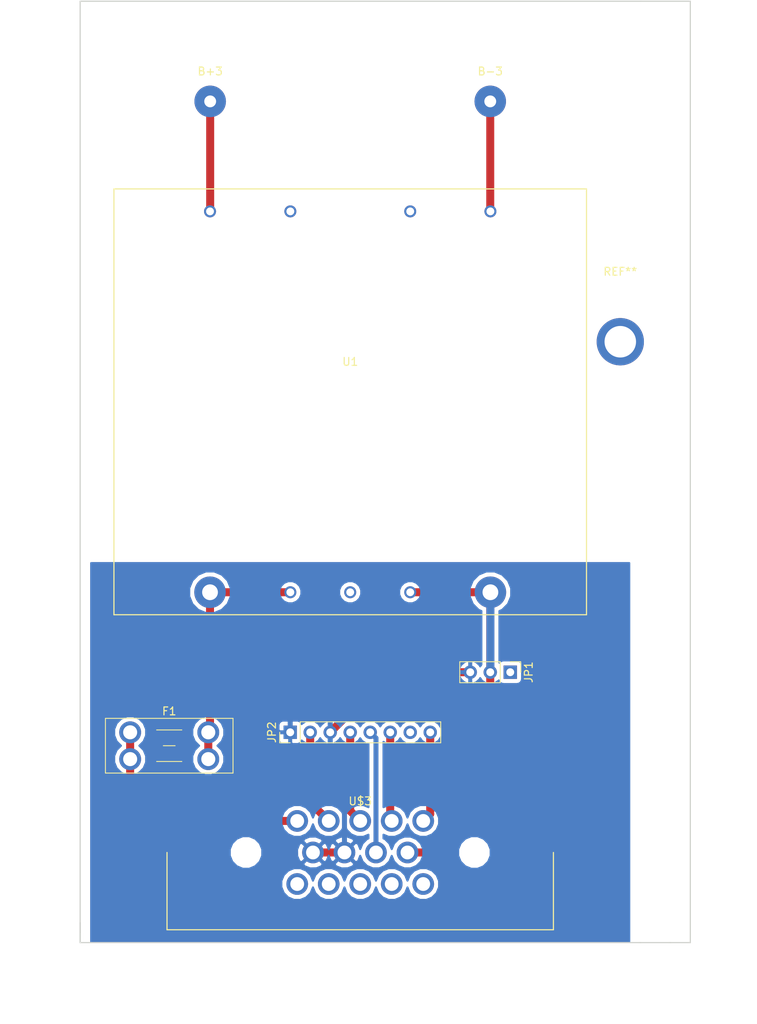
<source format=kicad_pcb>
(kicad_pcb (version 4) (host pcbnew 4.0.7)

  (general
    (links 19)
    (no_connects 0)
    (area 65.964999 38.024999 143.585001 157.555001)
    (thickness 1.6)
    (drawings 24)
    (tracks 42)
    (zones 0)
    (modules 8)
    (nets 22)
  )

  (page A4)
  (layers
    (0 F.Cu signal)
    (31 B.Cu signal)
    (32 B.Adhes user)
    (33 F.Adhes user)
    (34 B.Paste user)
    (35 F.Paste user)
    (36 B.SilkS user)
    (37 F.SilkS user)
    (38 B.Mask user)
    (39 F.Mask user)
    (40 Dwgs.User user)
    (41 Cmts.User user)
    (42 Eco1.User user)
    (43 Eco2.User user)
    (44 Edge.Cuts user)
    (45 Margin user)
    (46 B.CrtYd user)
    (47 F.CrtYd user)
    (48 B.Fab user)
    (49 F.Fab user)
  )

  (setup
    (last_trace_width 0.25)
    (user_trace_width 0.635)
    (user_trace_width 1.016)
    (user_trace_width 2.54)
    (trace_clearance 0.2)
    (zone_clearance 0.508)
    (zone_45_only no)
    (trace_min 0.2)
    (segment_width 0.2)
    (edge_width 0.15)
    (via_size 0.6)
    (via_drill 0.4)
    (via_min_size 0.4)
    (via_min_drill 0.3)
    (uvia_size 0.3)
    (uvia_drill 0.1)
    (uvias_allowed no)
    (uvia_min_size 0.2)
    (uvia_min_drill 0.1)
    (pcb_text_width 0.3)
    (pcb_text_size 1.5 1.5)
    (mod_edge_width 0.15)
    (mod_text_size 1 1)
    (mod_text_width 0.15)
    (pad_size 1.524 1.524)
    (pad_drill 0.762)
    (pad_to_mask_clearance 0.2)
    (aux_axis_origin 0 0)
    (visible_elements 7FFFFFFF)
    (pcbplotparams
      (layerselection 0x00030_80000001)
      (usegerberextensions false)
      (excludeedgelayer true)
      (linewidth 0.100000)
      (plotframeref false)
      (viasonmask false)
      (mode 1)
      (useauxorigin false)
      (hpglpennumber 1)
      (hpglpenspeed 20)
      (hpglpendiameter 15)
      (hpglpenoverlay 2)
      (psnegative false)
      (psa4output false)
      (plotreference true)
      (plotvalue true)
      (plotinvisibletext false)
      (padsonsilk false)
      (subtractmaskfromsilk false)
      (outputformat 1)
      (mirror false)
      (drillshape 1)
      (scaleselection 1)
      (outputdirectory ""))
  )

  (net 0 "")
  (net 1 "Net-(B+3-Pad1)")
  (net 2 "Net-(B-3-Pad1)")
  (net 3 /TSEL+)
  (net 4 "Net-(F1-Pad2)")
  (net 5 "Net-(JP1-Pad1)")
  (net 6 /TSEL-)
  (net 7 GND)
  (net 8 /IMD_SUPPLY)
  (net 9 /CHASSIS_GND2)
  (net 10 /D_OUT_HIGH)
  (net 11 /D_OUT_LOW)
  (net 12 "Net-(JP2-Pad7)")
  (net 13 /IMD_FAULT)
  (net 14 "Net-(U$3-Pad10)")
  (net 15 "Net-(U$3-Pad11)")
  (net 16 "Net-(U$3-Pad14)")
  (net 17 "Net-(U$3-Pad13)")
  (net 18 "Net-(U$3-Pad12)")
  (net 19 "Net-(U1-Pad3)")
  (net 20 "Net-(U1-Pad2)")
  (net 21 "Net-(U1-Pad7)")

  (net_class Default "This is the default net class."
    (clearance 0.2)
    (trace_width 0.25)
    (via_dia 0.6)
    (via_drill 0.4)
    (uvia_dia 0.3)
    (uvia_drill 0.1)
    (add_net /CHASSIS_GND2)
    (add_net /D_OUT_HIGH)
    (add_net /D_OUT_LOW)
    (add_net /IMD_FAULT)
    (add_net /IMD_SUPPLY)
    (add_net /TSEL+)
    (add_net /TSEL-)
    (add_net GND)
    (add_net "Net-(B+3-Pad1)")
    (add_net "Net-(B-3-Pad1)")
    (add_net "Net-(F1-Pad2)")
    (add_net "Net-(JP1-Pad1)")
    (add_net "Net-(JP2-Pad7)")
    (add_net "Net-(U$3-Pad10)")
    (add_net "Net-(U$3-Pad11)")
    (add_net "Net-(U$3-Pad12)")
    (add_net "Net-(U$3-Pad13)")
    (add_net "Net-(U$3-Pad14)")
    (add_net "Net-(U1-Pad2)")
    (add_net "Net-(U1-Pad3)")
    (add_net "Net-(U1-Pad7)")
  )

  (module TuftsRacing2018:VICOR (layer F.Cu) (tedit 5A661D74) (tstamp 5A7892B3)
    (at 100.33 88.9)
    (path /5A1C5270)
    (fp_text reference U1 (at 0 -5.08) (layer F.SilkS)
      (effects (font (size 1 1) (thickness 0.15)))
    )
    (fp_text value VICOR (at 0 -10.16) (layer F.Fab)
      (effects (font (size 1 1) (thickness 0.15)))
    )
    (fp_line (start -30 -27) (end -30 27) (layer F.SilkS) (width 0.15))
    (fp_line (start -30 27) (end 30 27) (layer F.SilkS) (width 0.15))
    (fp_line (start 30 27) (end 30 -27) (layer F.SilkS) (width 0.15))
    (fp_line (start 30 -27) (end -30 -27) (layer F.SilkS) (width 0.15))
    (pad 4 thru_hole circle (at 17.8 -24.15) (size 1.524 1.524) (drill 1) (layers *.Cu *.Mask)
      (net 2 "Net-(B-3-Pad1)"))
    (pad 3 thru_hole circle (at 7.62 -24.15) (size 1.524 1.524) (drill 1) (layers *.Cu *.Mask)
      (net 19 "Net-(U1-Pad3)"))
    (pad 2 thru_hole circle (at -7.6 -24.15) (size 1.524 1.524) (drill 1) (layers *.Cu *.Mask)
      (net 20 "Net-(U1-Pad2)"))
    (pad 1 thru_hole circle (at -17.8 -24.15) (size 1.524 1.524) (drill 1) (layers *.Cu *.Mask)
      (net 1 "Net-(B+3-Pad1)"))
    (pad 5 thru_hole circle (at -17.8 24.15) (size 4 4) (drill 2) (layers *.Cu *.Mask)
      (net 4 "Net-(F1-Pad2)"))
    (pad 6 thru_hole circle (at -7.6 24.15) (size 1.524 1.524) (drill 1) (layers *.Cu *.Mask)
      (net 4 "Net-(F1-Pad2)"))
    (pad 7 thru_hole circle (at 0 24.15) (size 1.524 1.524) (drill 1) (layers *.Cu *.Mask)
      (net 21 "Net-(U1-Pad7)"))
    (pad 8 thru_hole circle (at 7.62 24.15) (size 1.524 1.524) (drill 1) (layers *.Cu *.Mask)
      (net 6 /TSEL-))
    (pad 9 thru_hole circle (at 17.8 24.15) (size 4 4) (drill 2) (layers *.Cu *.Mask)
      (net 6 /TSEL-))
  )

  (module Wire_Pads:SolderWirePad_single_1-5mmDrill (layer F.Cu) (tedit 0) (tstamp 5A78923B)
    (at 82.55 50.8)
    (path /5A282C6A)
    (fp_text reference B+3 (at 0 -3.81) (layer F.SilkS)
      (effects (font (size 1 1) (thickness 0.15)))
    )
    (fp_text value Conn_01x01 (at -0.635 3.81) (layer F.Fab)
      (effects (font (size 1 1) (thickness 0.15)))
    )
    (pad 1 thru_hole circle (at 0 0) (size 4.0005 4.0005) (drill 1.50114) (layers *.Cu *.Mask)
      (net 1 "Net-(B+3-Pad1)"))
  )

  (module Wire_Pads:SolderWirePad_single_1-5mmDrill (layer F.Cu) (tedit 0) (tstamp 5A789240)
    (at 118.11 50.8)
    (path /5A282CDC)
    (fp_text reference B-3 (at 0 -3.81) (layer F.SilkS)
      (effects (font (size 1 1) (thickness 0.15)))
    )
    (fp_text value Conn_01x01 (at -0.635 3.81) (layer F.Fab)
      (effects (font (size 1 1) (thickness 0.15)))
    )
    (pad 1 thru_hole circle (at 0 0) (size 4.0005 4.0005) (drill 1.50114) (layers *.Cu *.Mask)
      (net 2 "Net-(B-3-Pad1)"))
  )

  (module Fuse_Holders_and_Fuses:BladeFuse-Mini_Keystone_3568 (layer F.Cu) (tedit 5980D15A) (tstamp 5A789258)
    (at 72.39 130.81)
    (descr "car blade fuse mini, http://www.keyelco.com/product-pdf.cfm?p=306")
    (tags "car blade fuse mini")
    (path /5A282BE3)
    (fp_text reference F1 (at 4.96 -2.67) (layer F.SilkS)
      (effects (font (size 1 1) (thickness 0.15)))
    )
    (fp_text value Fuse (at 4.96 6.07) (layer F.Fab)
      (effects (font (size 1 1) (thickness 0.15)))
    )
    (fp_line (start -3.04 -1.67) (end -3.04 5.07) (layer F.Fab) (width 0.1))
    (fp_line (start -3.04 5.07) (end 12.96 5.07) (layer F.Fab) (width 0.1))
    (fp_line (start 12.96 5.07) (end 12.96 -1.67) (layer F.Fab) (width 0.1))
    (fp_line (start 12.96 -1.67) (end -3.04 -1.67) (layer F.Fab) (width 0.1))
    (fp_line (start -3.14 -1.77) (end -3.14 5.17) (layer F.SilkS) (width 0.12))
    (fp_line (start -3.14 5.17) (end 13.06 5.17) (layer F.SilkS) (width 0.12))
    (fp_line (start 13.06 5.17) (end 13.06 -1.77) (layer F.SilkS) (width 0.12))
    (fp_line (start 13.06 -1.77) (end -3.14 -1.77) (layer F.SilkS) (width 0.12))
    (fp_line (start 4.21 1.7) (end 5.71 1.7) (layer F.SilkS) (width 0.12))
    (fp_line (start 6.56 3.7) (end 3.36 3.7) (layer F.SilkS) (width 0.12))
    (fp_line (start 3.36 -0.3) (end 6.56 -0.3) (layer F.SilkS) (width 0.12))
    (fp_line (start -3.29 -1.92) (end -3.29 5.32) (layer F.CrtYd) (width 0.05))
    (fp_line (start -3.29 5.32) (end 13.21 5.32) (layer F.CrtYd) (width 0.05))
    (fp_line (start 13.21 5.32) (end 13.21 -1.92) (layer F.CrtYd) (width 0.05))
    (fp_line (start 13.21 -1.92) (end -3.29 -1.92) (layer F.CrtYd) (width 0.05))
    (fp_text user %R (at 4.96 1.7) (layer F.Fab)
      (effects (font (size 1 1) (thickness 0.15)))
    )
    (pad 1 thru_hole circle (at 0 0) (size 2.78 2.78) (drill 1.78) (layers *.Cu *.Mask)
      (net 3 /TSEL+))
    (pad 1 thru_hole circle (at 0 3.4) (size 2.78 2.78) (drill 1.78) (layers *.Cu *.Mask)
      (net 3 /TSEL+))
    (pad 2 thru_hole circle (at 9.92 0) (size 2.78 2.78) (drill 1.78) (layers *.Cu *.Mask)
      (net 4 "Net-(F1-Pad2)"))
    (pad 2 thru_hole circle (at 9.92 3.4) (size 2.78 2.78) (drill 1.78) (layers *.Cu *.Mask)
      (net 4 "Net-(F1-Pad2)"))
    (model ${KISYS3DMOD}/Fuse_Holders_and_Fuses.3dshapes/BladeFuse-Mini_Keystone_3568.wrl
      (at (xyz 0.16 0 0))
      (scale (xyz 0.39 0.39 0.39))
      (rotate (xyz 0 0 0))
    )
  )

  (module Pin_Headers:Pin_Header_Straight_1x03_Pitch2.54mm (layer F.Cu) (tedit 5A81D78D) (tstamp 5A78926F)
    (at 120.65 123.19 270)
    (descr "Through hole straight pin header, 1x03, 2.54mm pitch, single row")
    (tags "Through hole pin header THT 1x03 2.54mm single row")
    (path /5A282E68)
    (fp_text reference JP1 (at 0 -2.33 270) (layer F.SilkS)
      (effects (font (size 1 1) (thickness 0.15)))
    )
    (fp_text value Conn_01x03 (at 1.27 7.62 450) (layer F.Fab)
      (effects (font (size 1 1) (thickness 0.15)))
    )
    (fp_line (start -0.635 -1.27) (end 1.27 -1.27) (layer F.Fab) (width 0.1))
    (fp_line (start 1.27 -1.27) (end 1.27 6.35) (layer F.Fab) (width 0.1))
    (fp_line (start 1.27 6.35) (end -1.27 6.35) (layer F.Fab) (width 0.1))
    (fp_line (start -1.27 6.35) (end -1.27 -0.635) (layer F.Fab) (width 0.1))
    (fp_line (start -1.27 -0.635) (end -0.635 -1.27) (layer F.Fab) (width 0.1))
    (fp_line (start -1.33 6.41) (end 1.33 6.41) (layer F.SilkS) (width 0.12))
    (fp_line (start -1.33 1.27) (end -1.33 6.41) (layer F.SilkS) (width 0.12))
    (fp_line (start 1.33 1.27) (end 1.33 6.41) (layer F.SilkS) (width 0.12))
    (fp_line (start -1.33 1.27) (end 1.33 1.27) (layer F.SilkS) (width 0.12))
    (fp_line (start -1.33 0) (end -1.33 -1.33) (layer F.SilkS) (width 0.12))
    (fp_line (start -1.33 -1.33) (end 0 -1.33) (layer F.SilkS) (width 0.12))
    (fp_line (start -1.8 -1.8) (end -1.8 6.85) (layer F.CrtYd) (width 0.05))
    (fp_line (start -1.8 6.85) (end 1.8 6.85) (layer F.CrtYd) (width 0.05))
    (fp_line (start 1.8 6.85) (end 1.8 -1.8) (layer F.CrtYd) (width 0.05))
    (fp_line (start 1.8 -1.8) (end -1.8 -1.8) (layer F.CrtYd) (width 0.05))
    (fp_text user %R (at 0 2.54 450) (layer F.Fab)
      (effects (font (size 1 1) (thickness 0.15)))
    )
    (pad 1 thru_hole rect (at 0 0 270) (size 1.7 1.7) (drill 1) (layers *.Cu *.Mask)
      (net 5 "Net-(JP1-Pad1)"))
    (pad 2 thru_hole oval (at 0 2.54 270) (size 1.7 1.7) (drill 1) (layers *.Cu *.Mask)
      (net 6 /TSEL-))
    (pad 3 thru_hole oval (at 0 5.08 270) (size 1.7 1.7) (drill 1) (layers *.Cu *.Mask)
      (net 7 GND))
    (model ${KISYS3DMOD}/Pin_Headers.3dshapes/Pin_Header_Straight_1x03_Pitch2.54mm.wrl
      (at (xyz 0 0 0))
      (scale (xyz 1 1 1))
      (rotate (xyz 0 0 0))
    )
  )

  (module Pin_Headers:Pin_Header_Straight_1x08_Pitch2.54mm (layer F.Cu) (tedit 5A7B3ED8) (tstamp 5A78928B)
    (at 92.71 130.81 90)
    (descr "Through hole straight pin header, 1x08, 2.54mm pitch, single row")
    (tags "Through hole pin header THT 1x08 2.54mm single row")
    (path /5A2EDCE2)
    (fp_text reference JP2 (at 0 -2.33 90) (layer F.SilkS)
      (effects (font (size 1 1) (thickness 0.15)))
    )
    (fp_text value Conn_01x08 (at 0 -5.08 90) (layer F.Fab)
      (effects (font (size 1 1) (thickness 0.15)))
    )
    (fp_line (start -0.635 -1.27) (end 1.27 -1.27) (layer F.Fab) (width 0.1))
    (fp_line (start 1.27 -1.27) (end 1.27 19.05) (layer F.Fab) (width 0.1))
    (fp_line (start 1.27 19.05) (end -1.27 19.05) (layer F.Fab) (width 0.1))
    (fp_line (start -1.27 19.05) (end -1.27 -0.635) (layer F.Fab) (width 0.1))
    (fp_line (start -1.27 -0.635) (end -0.635 -1.27) (layer F.Fab) (width 0.1))
    (fp_line (start -1.33 19.11) (end 1.33 19.11) (layer F.SilkS) (width 0.12))
    (fp_line (start -1.33 1.27) (end -1.33 19.11) (layer F.SilkS) (width 0.12))
    (fp_line (start 1.33 1.27) (end 1.33 19.11) (layer F.SilkS) (width 0.12))
    (fp_line (start -1.33 1.27) (end 1.33 1.27) (layer F.SilkS) (width 0.12))
    (fp_line (start -1.33 0) (end -1.33 -1.33) (layer F.SilkS) (width 0.12))
    (fp_line (start -1.33 -1.33) (end 0 -1.33) (layer F.SilkS) (width 0.12))
    (fp_line (start -1.8 -1.8) (end -1.8 19.55) (layer F.CrtYd) (width 0.05))
    (fp_line (start -1.8 19.55) (end 1.8 19.55) (layer F.CrtYd) (width 0.05))
    (fp_line (start 1.8 19.55) (end 1.8 -1.8) (layer F.CrtYd) (width 0.05))
    (fp_line (start 1.8 -1.8) (end -1.8 -1.8) (layer F.CrtYd) (width 0.05))
    (fp_text user %R (at 0 8.89 180) (layer F.Fab)
      (effects (font (size 1 1) (thickness 0.15)))
    )
    (pad 1 thru_hole rect (at 0 0 90) (size 1.7 1.7) (drill 1) (layers *.Cu *.Mask)
      (net 7 GND))
    (pad 2 thru_hole oval (at 0 2.54 90) (size 1.7 1.7) (drill 1) (layers *.Cu *.Mask)
      (net 8 /IMD_SUPPLY))
    (pad 3 thru_hole oval (at 0 5.08 90) (size 1.7 1.7) (drill 1) (layers *.Cu *.Mask)
      (net 7 GND))
    (pad 4 thru_hole oval (at 0 7.62 90) (size 1.7 1.7) (drill 1) (layers *.Cu *.Mask)
      (net 9 /CHASSIS_GND2))
    (pad 5 thru_hole oval (at 0 10.16 90) (size 1.7 1.7) (drill 1) (layers *.Cu *.Mask)
      (net 10 /D_OUT_HIGH))
    (pad 6 thru_hole oval (at 0 12.7 90) (size 1.7 1.7) (drill 1) (layers *.Cu *.Mask)
      (net 11 /D_OUT_LOW))
    (pad 7 thru_hole oval (at 0 15.24 90) (size 1.7 1.7) (drill 1) (layers *.Cu *.Mask)
      (net 12 "Net-(JP2-Pad7)"))
    (pad 8 thru_hole oval (at 0 17.78 90) (size 1.7 1.7) (drill 1) (layers *.Cu *.Mask)
      (net 13 /IMD_FAULT))
    (model ${KISYS3DMOD}/Pin_Headers.3dshapes/Pin_Header_Straight_1x08_Pitch2.54mm.wrl
      (at (xyz 0 0 0))
      (scale (xyz 1 1 1))
      (rotate (xyz 0 0 0))
    )
  )

  (module TuftsRacing2018:AMP14 (layer F.Cu) (tedit 5A669731) (tstamp 5A7892A2)
    (at 101.6 146.05)
    (path /5A2ED351)
    (fp_text reference U$3 (at 0 -6.5) (layer F.SilkS)
      (effects (font (size 1 1) (thickness 0.15)))
    )
    (fp_text value AMPSEAL14 (at 0.635 6.35) (layer F.Fab)
      (effects (font (size 1 1) (thickness 0.15)))
    )
    (fp_line (start -24.53 9.8) (end 24.53 9.8) (layer F.SilkS) (width 0.15))
    (fp_line (start 24.53 9.8) (end 24.53 0) (layer F.SilkS) (width 0.15))
    (fp_line (start -24.53 0) (end -24.53 9.8) (layer F.SilkS) (width 0.15))
    (pad 10 thru_hole circle (at -8 4) (size 2.75 2.75) (drill 1.75) (layers *.Cu *.Mask)
      (net 14 "Net-(U$3-Pad10)"))
    (pad 11 thru_hole circle (at -4 4) (size 2.75 2.75) (drill 1.75) (layers *.Cu *.Mask)
      (net 15 "Net-(U$3-Pad11)"))
    (pad 14 thru_hole circle (at 8 4) (size 2.75 2.75) (drill 1.75) (layers *.Cu *.Mask)
      (net 16 "Net-(U$3-Pad14)"))
    (pad 13 thru_hole circle (at 4 4) (size 2.75 2.75) (drill 1.75) (layers *.Cu *.Mask)
      (net 17 "Net-(U$3-Pad13)"))
    (pad 12 thru_hole circle (at 0 4) (size 2.75 2.75) (drill 1.75) (layers *.Cu *.Mask)
      (net 18 "Net-(U$3-Pad12)"))
    (pad 7 thru_hole circle (at -2 0) (size 2.75 2.75) (drill 1.75) (layers *.Cu *.Mask)
      (net 7 GND))
    (pad 8 thru_hole circle (at 2 0) (size 2.75 2.75) (drill 1.75) (layers *.Cu *.Mask)
      (net 10 /D_OUT_HIGH))
    (pad 6 thru_hole circle (at -6 0) (size 2.75 2.75) (drill 1.75) (layers *.Cu *.Mask)
      (net 7 GND))
    (pad 9 thru_hole circle (at 6 0) (size 2.75 2.75) (drill 1.75) (layers *.Cu *.Mask)
      (net 6 /TSEL-))
    (pad "" np_thru_hole circle (at -14.5 0) (size 2.85 2.85) (drill 2.85) (layers *.Cu *.Mask))
    (pad 3 thru_hole circle (at 0 -4) (size 2.75 2.75) (drill 1.75) (layers *.Cu *.Mask)
      (net 9 /CHASSIS_GND2))
    (pad 1 thru_hole circle (at -8 -4) (size 2.75 2.75) (drill 1.75) (layers *.Cu *.Mask)
      (net 3 /TSEL+))
    (pad 2 thru_hole circle (at -4 -4) (size 2.75 2.75) (drill 1.75) (layers *.Cu *.Mask)
      (net 8 /IMD_SUPPLY))
    (pad 5 thru_hole circle (at 8 -4) (size 2.75 2.75) (drill 1.75) (layers *.Cu *.Mask)
      (net 13 /IMD_FAULT))
    (pad 4 thru_hole circle (at 4 -4) (size 2.75 2.75) (drill 1.75) (layers *.Cu *.Mask)
      (net 11 /D_OUT_LOW))
    (pad "" np_thru_hole circle (at 14.5 0) (size 2.85 2.85) (drill 2.85) (layers *.Cu *.Mask))
  )

  (module TuftsRacing2018:4mmHole (layer F.Cu) (tedit 5A96EBF2) (tstamp 5A96EDD9)
    (at 134.62 81.28)
    (fp_text reference REF** (at 0 -8.89) (layer F.SilkS)
      (effects (font (size 1 1) (thickness 0.15)))
    )
    (fp_text value 4mmHole (at 0 -7.62) (layer F.Fab)
      (effects (font (size 1 1) (thickness 0.15)))
    )
    (pad 1 thru_hole circle (at 0 0) (size 6 6) (drill 4) (layers *.Cu *.Mask))
  )

  (gr_line (start 143.51 38.1) (end 143.51 157.48) (angle 90) (layer Edge.Cuts) (width 0.15))
  (gr_line (start 140.97 157.48) (end 143.51 157.48) (angle 90) (layer Edge.Cuts) (width 0.15))
  (dimension 3.592102 (width 0.3) (layer F.Fab)
    (gr_text "3.592 mm" (at 141.289594 75.880405 315) (layer F.Fab)
      (effects (font (size 1.5 1.5) (thickness 0.3)))
    )
    (feature1 (pts (xy 135.89 83.82) (xy 143.514189 76.195811)))
    (feature2 (pts (xy 133.35 81.28) (xy 140.974189 73.655811)))
    (crossbar (pts (xy 139.065 75.565) (xy 141.605 78.105)))
    (arrow1a (pts (xy 141.605 78.105) (xy 140.393779 77.723104)))
    (arrow1b (pts (xy 141.605 78.105) (xy 141.223104 76.893779)))
    (arrow2a (pts (xy 139.065 75.565) (xy 139.446896 76.776221)))
    (arrow2b (pts (xy 139.065 75.565) (xy 140.276221 75.946896)))
  )
  (dimension 3.81 (width 0.3) (layer F.Fab)
    (gr_text "3.810 mm" (at 133.985 95.33) (layer F.Fab)
      (effects (font (size 1.5 1.5) (thickness 0.3)))
    )
    (feature1 (pts (xy 135.89 81.28) (xy 135.89 96.68)))
    (feature2 (pts (xy 132.08 81.28) (xy 132.08 96.68)))
    (crossbar (pts (xy 132.08 93.98) (xy 135.89 93.98)))
    (arrow1a (pts (xy 135.89 93.98) (xy 134.763496 94.566421)))
    (arrow1b (pts (xy 135.89 93.98) (xy 134.763496 93.393579)))
    (arrow2a (pts (xy 132.08 93.98) (xy 133.206504 94.566421)))
    (arrow2b (pts (xy 132.08 93.98) (xy 133.206504 93.393579)))
  )
  (dimension 10.16 (width 0.3) (layer F.Fab)
    (gr_text "10.160 mm" (at 138.43 86.36) (layer F.Fab) (tstamp 5A944CC3)
      (effects (font (size 1.5 1.5) (thickness 0.3)))
    )
    (feature1 (pts (xy 133.35 83.82) (xy 133.35 83.82)))
    (feature2 (pts (xy 143.51 83.82) (xy 143.51 83.82)))
    (crossbar (pts (xy 143.51 83.82) (xy 133.35 83.82)))
    (arrow1a (pts (xy 133.35 83.82) (xy 134.476504 83.233579)))
    (arrow1b (pts (xy 133.35 83.82) (xy 134.476504 84.406421)))
    (arrow2a (pts (xy 143.51 83.82) (xy 142.383496 83.233579)))
    (arrow2b (pts (xy 143.51 83.82) (xy 142.383496 84.406421)))
  )
  (dimension 8.89 (width 0.3) (layer F.Fab)
    (gr_text "8.890 mm" (at 140.97 80.01) (layer F.Fab) (tstamp 5A944CA3)
      (effects (font (size 1.5 1.5) (thickness 0.3)))
    )
    (feature1 (pts (xy 134.62 81.28) (xy 134.62 83.98)))
    (feature2 (pts (xy 143.51 81.28) (xy 143.51 83.98)))
    (crossbar (pts (xy 143.51 81.28) (xy 134.62 81.28)))
    (arrow1a (pts (xy 134.62 81.28) (xy 135.746504 80.693579)))
    (arrow1b (pts (xy 134.62 81.28) (xy 135.746504 81.866421)))
    (arrow2a (pts (xy 143.51 81.28) (xy 142.383496 80.693579)))
    (arrow2b (pts (xy 143.51 81.28) (xy 142.383496 81.866421)))
  )
  (gr_line (start 137.16 38.1) (end 143.51 38.1) (angle 90) (layer Edge.Cuts) (width 0.15))
  (dimension 74.93 (width 0.3) (layer F.Fab)
    (gr_text "74.930 mm" (at 103.505 162.64) (layer F.Fab)
      (effects (font (size 1.5 1.5) (thickness 0.3)))
    )
    (feature1 (pts (xy 140.97 161.29) (xy 140.97 163.99)))
    (feature2 (pts (xy 66.04 161.29) (xy 66.04 163.99)))
    (crossbar (pts (xy 66.04 161.29) (xy 140.97 161.29)))
    (arrow1a (pts (xy 140.97 161.29) (xy 139.843496 161.876421)))
    (arrow1b (pts (xy 140.97 161.29) (xy 139.843496 160.703579)))
    (arrow2a (pts (xy 66.04 161.29) (xy 67.166504 161.876421)))
    (arrow2b (pts (xy 66.04 161.29) (xy 67.166504 160.703579)))
  )
  (dimension 68.58 (width 0.3) (layer F.Fab)
    (gr_text "68.580 mm" (at 101.6 160.02) (layer F.Fab) (tstamp 5A8DB0AA)
      (effects (font (size 1.5 1.5) (thickness 0.3)))
    )
    (feature1 (pts (xy 67.31 158.75) (xy 67.31 158.75)))
    (feature2 (pts (xy 135.89 158.75) (xy 135.89 158.75)))
    (crossbar (pts (xy 135.89 158.75) (xy 67.31 158.75)))
    (arrow1a (pts (xy 67.31 158.75) (xy 68.436504 158.163579)))
    (arrow1b (pts (xy 67.31 158.75) (xy 68.436504 159.336421)))
    (arrow2a (pts (xy 135.89 158.75) (xy 134.763496 158.163579)))
    (arrow2b (pts (xy 135.89 158.75) (xy 134.763496 159.336421)))
  )
  (gr_line (start 137.16 157.48) (end 140.97 157.48) (angle 90) (layer Edge.Cuts) (width 0.15))
  (dimension 41.91 (width 0.3) (layer F.Fab)
    (gr_text "41.910 mm" (at 132.08 59.69 270) (layer F.Fab) (tstamp 5A944A99)
      (effects (font (size 1.5 1.5) (thickness 0.3)))
    )
    (feature1 (pts (xy 134.62 80.01) (xy 134.62 80.01)))
    (feature2 (pts (xy 134.62 38.1) (xy 134.62 38.1)))
    (crossbar (pts (xy 134.62 38.1) (xy 134.62 80.01)))
    (arrow1a (pts (xy 134.62 80.01) (xy 134.033579 78.883496)))
    (arrow1b (pts (xy 134.62 80.01) (xy 135.206421 78.883496)))
    (arrow2a (pts (xy 134.62 38.1) (xy 134.033579 39.226504)))
    (arrow2b (pts (xy 134.62 38.1) (xy 135.206421 39.226504)))
  )
  (gr_line (start 66.04 154.94) (end 66.04 156.21) (angle 90) (layer Edge.Cuts) (width 0.15))
  (gr_line (start 66.04 157.48) (end 66.04 154.94) (angle 90) (layer Edge.Cuts) (width 0.15))
  (gr_line (start 66.04 38.1) (end 66.04 157.48) (angle 90) (layer Edge.Cuts) (width 0.15))
  (gr_line (start 137.16 38.1) (end 66.04 38.1) (angle 90) (layer Edge.Cuts) (width 0.15))
  (gr_line (start 66.04 157.48) (end 137.16 157.48) (angle 90) (layer Edge.Cuts) (width 0.15))
  (dimension 119.386755 (width 0.3) (layer F.Fab)
    (gr_text "119.387 mm" (at 151.13 97.79 89.39049342) (layer F.Fab) (tstamp 5A8DB5D6)
      (effects (font (size 1.5 1.5) (thickness 0.3)))
    )
    (feature1 (pts (xy 147.32 157.48) (xy 147.32 157.48)))
    (feature2 (pts (xy 148.59 38.1) (xy 148.59 38.1)))
    (crossbar (pts (xy 148.59 38.1) (xy 147.32 157.48)))
    (arrow1a (pts (xy 147.32 157.48) (xy 146.745596 156.347322)))
    (arrow1b (pts (xy 147.32 157.48) (xy 147.918371 156.359798)))
    (arrow2a (pts (xy 148.59 38.1) (xy 147.991629 39.220202)))
    (arrow2b (pts (xy 148.59 38.1) (xy 149.164404 39.232678)))
  )
  (dimension 127 (width 0.3) (layer F.Fab)
    (gr_text "127.000 mm" (at 147.955 97.79 90) (layer F.Fab) (tstamp 5A8DB61C)
      (effects (font (size 1.5 1.5) (thickness 0.3)))
    )
    (feature1 (pts (xy 139.7 40.64) (xy 147.48 40.64)))
    (feature2 (pts (xy 139.7 167.64) (xy 147.48 167.64)))
    (crossbar (pts (xy 144.78 167.64) (xy 144.78 40.64)))
    (arrow1a (pts (xy 144.78 40.64) (xy 145.366421 41.766504)))
    (arrow1b (pts (xy 144.78 40.64) (xy 144.193579 41.766504)))
    (arrow2a (pts (xy 144.78 167.64) (xy 145.366421 166.513496)))
    (arrow2b (pts (xy 144.78 167.64) (xy 144.193579 166.513496)))
  )
  (dimension 109.22 (width 0.3) (layer F.Fab)
    (gr_text "109.220 mm" (at 64.77 101.6 270) (layer F.Fab) (tstamp 5A8DB0C6)
      (effects (font (size 1.5 1.5) (thickness 0.3)))
    )
    (feature1 (pts (xy 63.5 157.48) (xy 63.5 157.48)))
    (feature2 (pts (xy 63.5 48.26) (xy 63.5 48.26)))
    (crossbar (pts (xy 63.5 48.26) (xy 63.5 157.48)))
    (arrow1a (pts (xy 63.5 157.48) (xy 62.913579 156.353496)))
    (arrow1b (pts (xy 63.5 157.48) (xy 64.086421 156.353496)))
    (arrow2a (pts (xy 63.5 48.26) (xy 62.913579 49.386504)))
    (arrow2b (pts (xy 63.5 48.26) (xy 64.086421 49.386504)))
  )
  (dimension 48.26 (width 0.3) (layer F.Fab)
    (gr_text "48.260 mm" (at 138.43 133.35 270) (layer F.Fab) (tstamp 5A8DB088)
      (effects (font (size 1.5 1.5) (thickness 0.3)))
    )
    (feature1 (pts (xy 137.16 157.48) (xy 137.16 157.48)))
    (feature2 (pts (xy 137.16 109.22) (xy 137.16 109.22)))
    (crossbar (pts (xy 137.16 109.22) (xy 137.16 157.48)))
    (arrow1a (pts (xy 137.16 157.48) (xy 136.573579 156.353496)))
    (arrow1b (pts (xy 137.16 157.48) (xy 137.746421 156.353496)))
    (arrow2a (pts (xy 137.16 109.22) (xy 136.573579 110.346504)))
    (arrow2b (pts (xy 137.16 109.22) (xy 137.746421 110.346504)))
  )
  (dimension 53.34 (width 0.3) (layer F.Fab)
    (gr_text "53.340 mm" (at 125.73 88.9 270) (layer F.Fab) (tstamp 5A8DB066)
      (effects (font (size 1.5 1.5) (thickness 0.3)))
    )
    (feature1 (pts (xy 124.46 115.57) (xy 124.46 115.57)))
    (feature2 (pts (xy 124.46 62.23) (xy 124.46 62.23)))
    (crossbar (pts (xy 124.46 62.23) (xy 124.46 115.57)))
    (arrow1a (pts (xy 124.46 115.57) (xy 123.873579 114.443496)))
    (arrow1b (pts (xy 124.46 115.57) (xy 125.046421 114.443496)))
    (arrow2a (pts (xy 124.46 62.23) (xy 123.873579 63.356504)))
    (arrow2b (pts (xy 124.46 62.23) (xy 125.046421 63.356504)))
  )
  (dimension 58.42 (width 0.3) (layer F.Fab)
    (gr_text "58.420 mm" (at 100.33 102.87) (layer F.Fab) (tstamp 5A8DB030)
      (effects (font (size 1.5 1.5) (thickness 0.3)))
    )
    (feature1 (pts (xy 129.54 104.14) (xy 129.54 104.14)))
    (feature2 (pts (xy 71.12 104.14) (xy 71.12 104.14)))
    (crossbar (pts (xy 71.12 104.14) (xy 129.54 104.14)))
    (arrow1a (pts (xy 129.54 104.14) (xy 128.413496 104.726421)))
    (arrow1b (pts (xy 129.54 104.14) (xy 128.413496 103.553579)))
    (arrow2a (pts (xy 71.12 104.14) (xy 72.246504 104.726421)))
    (arrow2b (pts (xy 71.12 104.14) (xy 72.246504 103.553579)))
  )
  (dimension 30.48 (width 0.3) (layer F.Fab)
    (gr_text "30.480 mm" (at 100.33 52.15) (layer F.Fab)
      (effects (font (size 1.5 1.5) (thickness 0.3)))
    )
    (feature1 (pts (xy 85.09 50.8) (xy 85.09 53.5)))
    (feature2 (pts (xy 115.57 50.8) (xy 115.57 53.5)))
    (crossbar (pts (xy 115.57 50.8) (xy 85.09 50.8)))
    (arrow1a (pts (xy 85.09 50.8) (xy 86.216504 50.213579)))
    (arrow1b (pts (xy 85.09 50.8) (xy 86.216504 51.386421)))
    (arrow2a (pts (xy 115.57 50.8) (xy 114.443496 50.213579)))
    (arrow2b (pts (xy 115.57 50.8) (xy 114.443496 51.386421)))
  )
  (dimension 43.18 (width 0.3) (layer F.Fab)
    (gr_text "43.180 mm" (at 119.38 86.36 270) (layer F.Fab) (tstamp 5A8DAF8E)
      (effects (font (size 1.5 1.5) (thickness 0.3)))
    )
    (feature1 (pts (xy 118.11 109.22) (xy 118.11 109.22)))
    (feature2 (pts (xy 118.11 66.04) (xy 118.11 66.04)))
    (crossbar (pts (xy 118.11 66.04) (xy 118.11 109.22)))
    (arrow1a (pts (xy 118.11 109.22) (xy 117.523579 108.093496)))
    (arrow1b (pts (xy 118.11 109.22) (xy 118.696421 108.093496)))
    (arrow2a (pts (xy 118.11 66.04) (xy 117.523579 67.166504)))
    (arrow2b (pts (xy 118.11 66.04) (xy 118.696421 67.166504)))
  )

  (segment (start 82.55 50.8) (end 82.55 64.73) (width 1.016) (layer F.Cu) (net 1))
  (segment (start 82.55 64.73) (end 82.53 64.75) (width 1.016) (layer F.Cu) (net 1) (tstamp 5A8B1021))
  (segment (start 118.11 50.8) (end 118.11 64.73) (width 1.016) (layer F.Cu) (net 2))
  (segment (start 118.11 64.73) (end 118.13 64.75) (width 1.016) (layer F.Cu) (net 2) (tstamp 5A8B1024))
  (segment (start 72.58 142.05) (end 93.6 142.05) (width 1.016) (layer F.Cu) (net 3) (tstamp 5A81D3FE))
  (segment (start 72.39 142.24) (end 72.58 142.05) (width 1.016) (layer F.Cu) (net 3) (tstamp 5A81D3F5))
  (segment (start 72.39 134.21) (end 72.39 142.24) (width 1.016) (layer F.Cu) (net 3))
  (segment (start 72.39 130.81) (end 72.39 134.21) (width 1.016) (layer F.Cu) (net 3))
  (segment (start 82.31 130.81) (end 82.31 134.21) (width 1.016) (layer F.Cu) (net 4))
  (segment (start 82.53 113.05) (end 82.53 130.59) (width 1.016) (layer F.Cu) (net 4))
  (segment (start 82.53 130.59) (end 82.31 130.81) (width 1.016) (layer F.Cu) (net 4) (tstamp 5A81CAAC))
  (segment (start 92.73 113.05) (end 82.53 113.05) (width 1.016) (layer F.Cu) (net 4))
  (segment (start 118.13 113.05) (end 118.13 123.17) (width 1.016) (layer B.Cu) (net 6))
  (segment (start 118.13 123.17) (end 118.11 123.19) (width 1.016) (layer B.Cu) (net 6) (tstamp 5A8B0FBE))
  (segment (start 118.11 134.62) (end 118.11 138.43) (width 1.016) (layer F.Cu) (net 6) (tstamp 5A81D4A4))
  (segment (start 110.49 146.05) (end 107.6 146.05) (width 1.016) (layer F.Cu) (net 6) (tstamp 5A81D42A))
  (segment (start 118.11 138.43) (end 110.49 146.05) (width 1.016) (layer F.Cu) (net 6) (tstamp 5A81D422))
  (segment (start 118.11 130.81) (end 118.11 134.62) (width 1.016) (layer F.Cu) (net 6))
  (segment (start 118.11 113.07) (end 118.11 125.73) (width 1.016) (layer F.Cu) (net 6) (tstamp 5A81CBF8))
  (segment (start 118.11 125.73) (end 118.11 130.81) (width 1.016) (layer F.Cu) (net 6) (tstamp 5A81D49C))
  (segment (start 107.95 113.05) (end 118.13 113.05) (width 1.016) (layer F.Cu) (net 6))
  (segment (start 118.13 113.05) (end 118.11 113.07) (width 1.016) (layer F.Cu) (net 6) (tstamp 5A81CBF2))
  (segment (start 99.6 146.05) (end 95.6 146.05) (width 1.016) (layer F.Cu) (net 7))
  (segment (start 92.71 130.81) (end 92.71 127) (width 0.635) (layer B.Cu) (net 7))
  (segment (start 97.79 127) (end 97.79 130.81) (width 0.635) (layer B.Cu) (net 7) (tstamp 5A8B0F27))
  (segment (start 92.71 127) (end 97.79 127) (width 0.635) (layer B.Cu) (net 7) (tstamp 5A8B0F22))
  (segment (start 97.79 130.81) (end 97.79 139.7) (width 0.635) (layer B.Cu) (net 7) (tstamp 5A8B0F2A))
  (segment (start 97.79 139.7) (end 99.06 139.7) (width 0.635) (layer B.Cu) (net 7) (tstamp 5A8B0F2D))
  (segment (start 99.06 139.7) (end 99.6 140.24) (width 0.635) (layer B.Cu) (net 7) (tstamp 5A8B0F3A))
  (segment (start 99.6 140.24) (end 99.6 146.05) (width 0.635) (layer B.Cu) (net 7) (tstamp 5A8B0F3B))
  (segment (start 115.57 123.19) (end 105.41 123.19) (width 1.016) (layer F.Cu) (net 7))
  (segment (start 105.41 123.19) (end 97.79 130.81) (width 1.016) (layer F.Cu) (net 7) (tstamp 5A81D907))
  (segment (start 95.25 130.81) (end 95.25 139.7) (width 1.016) (layer F.Cu) (net 8))
  (segment (start 95.25 139.7) (end 97.6 142.05) (width 1.016) (layer F.Cu) (net 8) (tstamp 5A81D03C))
  (segment (start 100.33 130.81) (end 100.33 140.78) (width 1.016) (layer F.Cu) (net 9))
  (segment (start 100.33 140.78) (end 101.6 142.05) (width 1.016) (layer F.Cu) (net 9) (tstamp 5A81D00C))
  (segment (start 103.6 146.05) (end 103.6 131.54) (width 0.635) (layer B.Cu) (net 10))
  (segment (start 103.6 131.54) (end 102.87 130.81) (width 0.635) (layer B.Cu) (net 10) (tstamp 5A8B0F8B))
  (segment (start 105.41 130.81) (end 105.41 141.86) (width 1.016) (layer F.Cu) (net 11))
  (segment (start 105.41 141.86) (end 105.6 142.05) (width 1.016) (layer F.Cu) (net 11) (tstamp 5A81CFE1))
  (segment (start 110.49 130.81) (end 110.49 141.16) (width 1.016) (layer F.Cu) (net 13))
  (segment (start 110.49 141.16) (end 109.6 142.05) (width 1.016) (layer F.Cu) (net 13) (tstamp 5A81D04F))

  (zone (net 7) (net_name GND) (layer B.Cu) (tstamp 5A8B12A1) (hatch edge 0.508)
    (connect_pads (clearance 0.508))
    (min_thickness 0.254)
    (fill yes (arc_segments 16) (thermal_gap 0.508) (thermal_bridge_width 0.508))
    (polygon
      (pts
        (xy 135.89 157.48) (xy 67.31 157.48) (xy 67.31 109.22) (xy 135.89 109.22)
      )
    )
    (filled_polygon
      (pts
        (xy 135.763 157.353) (xy 67.437 157.353) (xy 67.437 150.44806) (xy 91.589652 150.44806) (xy 91.895012 151.187086)
        (xy 92.45994 151.753001) (xy 93.198432 152.05965) (xy 93.99806 152.060348) (xy 94.737086 151.754988) (xy 95.303001 151.19006)
        (xy 95.600353 150.473958) (xy 95.895012 151.187086) (xy 96.45994 151.753001) (xy 97.198432 152.05965) (xy 97.99806 152.060348)
        (xy 98.737086 151.754988) (xy 99.303001 151.19006) (xy 99.600353 150.473958) (xy 99.895012 151.187086) (xy 100.45994 151.753001)
        (xy 101.198432 152.05965) (xy 101.99806 152.060348) (xy 102.737086 151.754988) (xy 103.303001 151.19006) (xy 103.600353 150.473958)
        (xy 103.895012 151.187086) (xy 104.45994 151.753001) (xy 105.198432 152.05965) (xy 105.99806 152.060348) (xy 106.737086 151.754988)
        (xy 107.303001 151.19006) (xy 107.600353 150.473958) (xy 107.895012 151.187086) (xy 108.45994 151.753001) (xy 109.198432 152.05965)
        (xy 109.99806 152.060348) (xy 110.737086 151.754988) (xy 111.303001 151.19006) (xy 111.60965 150.451568) (xy 111.610348 149.65194)
        (xy 111.304988 148.912914) (xy 110.74006 148.346999) (xy 110.001568 148.04035) (xy 109.20194 148.039652) (xy 108.462914 148.345012)
        (xy 107.896999 148.90994) (xy 107.599647 149.626042) (xy 107.304988 148.912914) (xy 106.74006 148.346999) (xy 106.001568 148.04035)
        (xy 105.20194 148.039652) (xy 104.462914 148.345012) (xy 103.896999 148.90994) (xy 103.599647 149.626042) (xy 103.304988 148.912914)
        (xy 102.74006 148.346999) (xy 102.001568 148.04035) (xy 101.20194 148.039652) (xy 100.462914 148.345012) (xy 99.896999 148.90994)
        (xy 99.599647 149.626042) (xy 99.304988 148.912914) (xy 98.74006 148.346999) (xy 98.001568 148.04035) (xy 97.20194 148.039652)
        (xy 96.462914 148.345012) (xy 95.896999 148.90994) (xy 95.599647 149.626042) (xy 95.304988 148.912914) (xy 94.74006 148.346999)
        (xy 94.001568 148.04035) (xy 93.20194 148.039652) (xy 92.462914 148.345012) (xy 91.896999 148.90994) (xy 91.59035 149.648432)
        (xy 91.589652 150.44806) (xy 67.437 150.44806) (xy 67.437 146.457962) (xy 85.039643 146.457962) (xy 85.352599 147.215372)
        (xy 85.93158 147.795365) (xy 86.688443 148.109642) (xy 87.507962 148.110357) (xy 88.265372 147.797401) (xy 88.589679 147.473659)
        (xy 94.355946 147.473659) (xy 94.500467 147.779444) (xy 95.245993 148.068571) (xy 96.045414 148.050389) (xy 96.699533 147.779444)
        (xy 96.844054 147.473659) (xy 98.355946 147.473659) (xy 98.500467 147.779444) (xy 99.245993 148.068571) (xy 100.045414 148.050389)
        (xy 100.699533 147.779444) (xy 100.844054 147.473659) (xy 99.6 146.229605) (xy 98.355946 147.473659) (xy 96.844054 147.473659)
        (xy 95.6 146.229605) (xy 94.355946 147.473659) (xy 88.589679 147.473659) (xy 88.845365 147.21842) (xy 89.159642 146.461557)
        (xy 89.160309 145.695993) (xy 93.581429 145.695993) (xy 93.599611 146.495414) (xy 93.870556 147.149533) (xy 94.176341 147.294054)
        (xy 95.420395 146.05) (xy 95.779605 146.05) (xy 97.023659 147.294054) (xy 97.329444 147.149533) (xy 97.598698 146.455252)
        (xy 97.599611 146.495414) (xy 97.870556 147.149533) (xy 98.176341 147.294054) (xy 99.420395 146.05) (xy 98.176341 144.805946)
        (xy 97.870556 144.950467) (xy 97.601302 145.644748) (xy 97.600389 145.604586) (xy 97.329444 144.950467) (xy 97.023659 144.805946)
        (xy 95.779605 146.05) (xy 95.420395 146.05) (xy 94.176341 144.805946) (xy 93.870556 144.950467) (xy 93.581429 145.695993)
        (xy 89.160309 145.695993) (xy 89.160357 145.642038) (xy 88.847401 144.884628) (xy 88.589565 144.626341) (xy 94.355946 144.626341)
        (xy 95.6 145.870395) (xy 96.844054 144.626341) (xy 98.355946 144.626341) (xy 99.6 145.870395) (xy 100.844054 144.626341)
        (xy 100.699533 144.320556) (xy 99.954007 144.031429) (xy 99.154586 144.049611) (xy 98.500467 144.320556) (xy 98.355946 144.626341)
        (xy 96.844054 144.626341) (xy 96.699533 144.320556) (xy 95.954007 144.031429) (xy 95.154586 144.049611) (xy 94.500467 144.320556)
        (xy 94.355946 144.626341) (xy 88.589565 144.626341) (xy 88.26842 144.304635) (xy 87.511557 143.990358) (xy 86.692038 143.989643)
        (xy 85.934628 144.302599) (xy 85.354635 144.88158) (xy 85.040358 145.638443) (xy 85.039643 146.457962) (xy 67.437 146.457962)
        (xy 67.437 142.44806) (xy 91.589652 142.44806) (xy 91.895012 143.187086) (xy 92.45994 143.753001) (xy 93.198432 144.05965)
        (xy 93.99806 144.060348) (xy 94.737086 143.754988) (xy 95.303001 143.19006) (xy 95.600353 142.473958) (xy 95.895012 143.187086)
        (xy 96.45994 143.753001) (xy 97.198432 144.05965) (xy 97.99806 144.060348) (xy 98.737086 143.754988) (xy 99.303001 143.19006)
        (xy 99.600353 142.473958) (xy 99.895012 143.187086) (xy 100.45994 143.753001) (xy 101.198432 144.05965) (xy 101.99806 144.060348)
        (xy 102.6475 143.792004) (xy 102.6475 144.268742) (xy 102.462914 144.345012) (xy 101.896999 144.90994) (xy 101.600813 145.623234)
        (xy 101.600389 145.604586) (xy 101.329444 144.950467) (xy 101.023659 144.805946) (xy 99.779605 146.05) (xy 101.023659 147.294054)
        (xy 101.329444 147.149533) (xy 101.595757 146.462835) (xy 101.895012 147.187086) (xy 102.45994 147.753001) (xy 103.198432 148.05965)
        (xy 103.99806 148.060348) (xy 104.737086 147.754988) (xy 105.303001 147.19006) (xy 105.600353 146.473958) (xy 105.895012 147.187086)
        (xy 106.45994 147.753001) (xy 107.198432 148.05965) (xy 107.99806 148.060348) (xy 108.737086 147.754988) (xy 109.303001 147.19006)
        (xy 109.606994 146.457962) (xy 114.039643 146.457962) (xy 114.352599 147.215372) (xy 114.93158 147.795365) (xy 115.688443 148.109642)
        (xy 116.507962 148.110357) (xy 117.265372 147.797401) (xy 117.845365 147.21842) (xy 118.159642 146.461557) (xy 118.160357 145.642038)
        (xy 117.847401 144.884628) (xy 117.26842 144.304635) (xy 116.511557 143.990358) (xy 115.692038 143.989643) (xy 114.934628 144.302599)
        (xy 114.354635 144.88158) (xy 114.040358 145.638443) (xy 114.039643 146.457962) (xy 109.606994 146.457962) (xy 109.60965 146.451568)
        (xy 109.610348 145.65194) (xy 109.304988 144.912914) (xy 108.74006 144.346999) (xy 108.001568 144.04035) (xy 107.20194 144.039652)
        (xy 106.462914 144.345012) (xy 105.896999 144.90994) (xy 105.599647 145.626042) (xy 105.304988 144.912914) (xy 104.74006 144.346999)
        (xy 104.5525 144.269117) (xy 104.5525 143.791435) (xy 105.198432 144.05965) (xy 105.99806 144.060348) (xy 106.737086 143.754988)
        (xy 107.303001 143.19006) (xy 107.600353 142.473958) (xy 107.895012 143.187086) (xy 108.45994 143.753001) (xy 109.198432 144.05965)
        (xy 109.99806 144.060348) (xy 110.737086 143.754988) (xy 111.303001 143.19006) (xy 111.60965 142.451568) (xy 111.610348 141.65194)
        (xy 111.304988 140.912914) (xy 110.74006 140.346999) (xy 110.001568 140.04035) (xy 109.20194 140.039652) (xy 108.462914 140.345012)
        (xy 107.896999 140.90994) (xy 107.599647 141.626042) (xy 107.304988 140.912914) (xy 106.74006 140.346999) (xy 106.001568 140.04035)
        (xy 105.20194 140.039652) (xy 104.5525 140.307996) (xy 104.5525 132.017807) (xy 104.841715 132.211054) (xy 105.41 132.324093)
        (xy 105.978285 132.211054) (xy 106.460054 131.889147) (xy 106.68 131.559974) (xy 106.899946 131.889147) (xy 107.381715 132.211054)
        (xy 107.95 132.324093) (xy 108.518285 132.211054) (xy 109.000054 131.889147) (xy 109.22 131.559974) (xy 109.439946 131.889147)
        (xy 109.921715 132.211054) (xy 110.49 132.324093) (xy 111.058285 132.211054) (xy 111.540054 131.889147) (xy 111.861961 131.407378)
        (xy 111.975 130.839093) (xy 111.975 130.780907) (xy 111.861961 130.212622) (xy 111.540054 129.730853) (xy 111.058285 129.408946)
        (xy 110.49 129.295907) (xy 109.921715 129.408946) (xy 109.439946 129.730853) (xy 109.22 130.060026) (xy 109.000054 129.730853)
        (xy 108.518285 129.408946) (xy 107.95 129.295907) (xy 107.381715 129.408946) (xy 106.899946 129.730853) (xy 106.68 130.060026)
        (xy 106.460054 129.730853) (xy 105.978285 129.408946) (xy 105.41 129.295907) (xy 104.841715 129.408946) (xy 104.359946 129.730853)
        (xy 104.14 130.060026) (xy 103.920054 129.730853) (xy 103.438285 129.408946) (xy 102.87 129.295907) (xy 102.301715 129.408946)
        (xy 101.819946 129.730853) (xy 101.6 130.060026) (xy 101.380054 129.730853) (xy 100.898285 129.408946) (xy 100.33 129.295907)
        (xy 99.761715 129.408946) (xy 99.279946 129.730853) (xy 99.052298 130.071553) (xy 98.985183 129.928642) (xy 98.556924 129.538355)
        (xy 98.14689 129.368524) (xy 97.917 129.489845) (xy 97.917 130.683) (xy 97.937 130.683) (xy 97.937 130.937)
        (xy 97.917 130.937) (xy 97.917 132.130155) (xy 98.14689 132.251476) (xy 98.556924 132.081645) (xy 98.985183 131.691358)
        (xy 99.052298 131.548447) (xy 99.279946 131.889147) (xy 99.761715 132.211054) (xy 100.33 132.324093) (xy 100.898285 132.211054)
        (xy 101.380054 131.889147) (xy 101.6 131.559974) (xy 101.819946 131.889147) (xy 102.301715 132.211054) (xy 102.6475 132.279835)
        (xy 102.6475 140.308565) (xy 102.001568 140.04035) (xy 101.20194 140.039652) (xy 100.462914 140.345012) (xy 99.896999 140.90994)
        (xy 99.599647 141.626042) (xy 99.304988 140.912914) (xy 98.74006 140.346999) (xy 98.001568 140.04035) (xy 97.20194 140.039652)
        (xy 96.462914 140.345012) (xy 95.896999 140.90994) (xy 95.599647 141.626042) (xy 95.304988 140.912914) (xy 94.74006 140.346999)
        (xy 94.001568 140.04035) (xy 93.20194 140.039652) (xy 92.462914 140.345012) (xy 91.896999 140.90994) (xy 91.59035 141.648432)
        (xy 91.589652 142.44806) (xy 67.437 142.44806) (xy 67.437 131.21103) (xy 70.364649 131.21103) (xy 70.672288 131.955572)
        (xy 71.226216 132.510468) (xy 70.67429 133.061432) (xy 70.365352 133.805435) (xy 70.364649 134.61103) (xy 70.672288 135.355572)
        (xy 71.241432 135.92571) (xy 71.985435 136.234648) (xy 72.79103 136.235351) (xy 73.535572 135.927712) (xy 74.10571 135.358568)
        (xy 74.414648 134.614565) (xy 74.415351 133.80897) (xy 74.107712 133.064428) (xy 73.553784 132.509532) (xy 74.10571 131.958568)
        (xy 74.414648 131.214565) (xy 74.414651 131.21103) (xy 80.284649 131.21103) (xy 80.592288 131.955572) (xy 81.146216 132.510468)
        (xy 80.59429 133.061432) (xy 80.285352 133.805435) (xy 80.284649 134.61103) (xy 80.592288 135.355572) (xy 81.161432 135.92571)
        (xy 81.905435 136.234648) (xy 82.71103 136.235351) (xy 83.455572 135.927712) (xy 84.02571 135.358568) (xy 84.334648 134.614565)
        (xy 84.335351 133.80897) (xy 84.027712 133.064428) (xy 83.473784 132.509532) (xy 84.02571 131.958568) (xy 84.334648 131.214565)
        (xy 84.334751 131.09575) (xy 91.225 131.09575) (xy 91.225 131.786309) (xy 91.321673 132.019698) (xy 91.500301 132.198327)
        (xy 91.73369 132.295) (xy 92.42425 132.295) (xy 92.583 132.13625) (xy 92.583 130.937) (xy 91.38375 130.937)
        (xy 91.225 131.09575) (xy 84.334751 131.09575) (xy 84.335351 130.40897) (xy 84.097651 129.833691) (xy 91.225 129.833691)
        (xy 91.225 130.52425) (xy 91.38375 130.683) (xy 92.583 130.683) (xy 92.583 129.48375) (xy 92.837 129.48375)
        (xy 92.837 130.683) (xy 92.857 130.683) (xy 92.857 130.937) (xy 92.837 130.937) (xy 92.837 132.13625)
        (xy 92.99575 132.295) (xy 93.68631 132.295) (xy 93.919699 132.198327) (xy 94.098327 132.019698) (xy 94.170597 131.845223)
        (xy 94.199946 131.889147) (xy 94.681715 132.211054) (xy 95.25 132.324093) (xy 95.818285 132.211054) (xy 96.300054 131.889147)
        (xy 96.527702 131.548447) (xy 96.594817 131.691358) (xy 97.023076 132.081645) (xy 97.43311 132.251476) (xy 97.663 132.130155)
        (xy 97.663 130.937) (xy 97.643 130.937) (xy 97.643 130.683) (xy 97.663 130.683) (xy 97.663 129.489845)
        (xy 97.43311 129.368524) (xy 97.023076 129.538355) (xy 96.594817 129.928642) (xy 96.527702 130.071553) (xy 96.300054 129.730853)
        (xy 95.818285 129.408946) (xy 95.25 129.295907) (xy 94.681715 129.408946) (xy 94.199946 129.730853) (xy 94.170597 129.774777)
        (xy 94.098327 129.600302) (xy 93.919699 129.421673) (xy 93.68631 129.325) (xy 92.99575 129.325) (xy 92.837 129.48375)
        (xy 92.583 129.48375) (xy 92.42425 129.325) (xy 91.73369 129.325) (xy 91.500301 129.421673) (xy 91.321673 129.600302)
        (xy 91.225 129.833691) (xy 84.097651 129.833691) (xy 84.027712 129.664428) (xy 83.458568 129.09429) (xy 82.714565 128.785352)
        (xy 81.90897 128.784649) (xy 81.164428 129.092288) (xy 80.59429 129.661432) (xy 80.285352 130.405435) (xy 80.284649 131.21103)
        (xy 74.414651 131.21103) (xy 74.415351 130.40897) (xy 74.107712 129.664428) (xy 73.538568 129.09429) (xy 72.794565 128.785352)
        (xy 71.98897 128.784649) (xy 71.244428 129.092288) (xy 70.67429 129.661432) (xy 70.365352 130.405435) (xy 70.364649 131.21103)
        (xy 67.437 131.21103) (xy 67.437 123.546892) (xy 114.128514 123.546892) (xy 114.374817 124.071358) (xy 114.803076 124.461645)
        (xy 115.21311 124.631476) (xy 115.443 124.510155) (xy 115.443 123.317) (xy 114.249181 123.317) (xy 114.128514 123.546892)
        (xy 67.437 123.546892) (xy 67.437 122.833108) (xy 114.128514 122.833108) (xy 114.249181 123.063) (xy 115.443 123.063)
        (xy 115.443 121.869845) (xy 115.21311 121.748524) (xy 114.803076 121.918355) (xy 114.374817 122.308642) (xy 114.128514 122.833108)
        (xy 67.437 122.833108) (xy 67.437 113.571834) (xy 79.894543 113.571834) (xy 80.294853 114.540658) (xy 81.035443 115.282542)
        (xy 82.003567 115.684542) (xy 83.051834 115.685457) (xy 84.020658 115.285147) (xy 84.762542 114.544557) (xy 85.164542 113.576433)
        (xy 85.16476 113.326661) (xy 91.332758 113.326661) (xy 91.54499 113.840303) (xy 91.93763 114.233629) (xy 92.4509 114.446757)
        (xy 93.006661 114.447242) (xy 93.520303 114.23501) (xy 93.913629 113.84237) (xy 94.126757 113.3291) (xy 94.126759 113.326661)
        (xy 98.932758 113.326661) (xy 99.14499 113.840303) (xy 99.53763 114.233629) (xy 100.0509 114.446757) (xy 100.606661 114.447242)
        (xy 101.120303 114.23501) (xy 101.513629 113.84237) (xy 101.726757 113.3291) (xy 101.726759 113.326661) (xy 106.552758 113.326661)
        (xy 106.76499 113.840303) (xy 107.15763 114.233629) (xy 107.6709 114.446757) (xy 108.226661 114.447242) (xy 108.740303 114.23501)
        (xy 109.133629 113.84237) (xy 109.245965 113.571834) (xy 115.494543 113.571834) (xy 115.894853 114.540658) (xy 116.635443 115.282542)
        (xy 116.987 115.428521) (xy 116.987 122.220025) (xy 116.832298 122.451553) (xy 116.765183 122.308642) (xy 116.336924 121.918355)
        (xy 115.92689 121.748524) (xy 115.697 121.869845) (xy 115.697 123.063) (xy 115.717 123.063) (xy 115.717 123.317)
        (xy 115.697 123.317) (xy 115.697 124.510155) (xy 115.92689 124.631476) (xy 116.336924 124.461645) (xy 116.765183 124.071358)
        (xy 116.832298 123.928447) (xy 117.059946 124.269147) (xy 117.541715 124.591054) (xy 118.11 124.704093) (xy 118.678285 124.591054)
        (xy 119.160054 124.269147) (xy 119.18785 124.227548) (xy 119.196838 124.275317) (xy 119.33591 124.491441) (xy 119.54811 124.636431)
        (xy 119.8 124.68744) (xy 121.5 124.68744) (xy 121.735317 124.643162) (xy 121.951441 124.50409) (xy 122.096431 124.29189)
        (xy 122.14744 124.04) (xy 122.14744 122.34) (xy 122.103162 122.104683) (xy 121.96409 121.888559) (xy 121.75189 121.743569)
        (xy 121.5 121.69256) (xy 119.8 121.69256) (xy 119.564683 121.736838) (xy 119.348559 121.87591) (xy 119.273 121.986494)
        (xy 119.273 115.428796) (xy 119.620658 115.285147) (xy 120.362542 114.544557) (xy 120.764542 113.576433) (xy 120.765457 112.528166)
        (xy 120.365147 111.559342) (xy 119.624557 110.817458) (xy 118.656433 110.415458) (xy 117.608166 110.414543) (xy 116.639342 110.814853)
        (xy 115.897458 111.555443) (xy 115.495458 112.523567) (xy 115.494543 113.571834) (xy 109.245965 113.571834) (xy 109.346757 113.3291)
        (xy 109.347242 112.773339) (xy 109.13501 112.259697) (xy 108.74237 111.866371) (xy 108.2291 111.653243) (xy 107.673339 111.652758)
        (xy 107.159697 111.86499) (xy 106.766371 112.25763) (xy 106.553243 112.7709) (xy 106.552758 113.326661) (xy 101.726759 113.326661)
        (xy 101.727242 112.773339) (xy 101.51501 112.259697) (xy 101.12237 111.866371) (xy 100.6091 111.653243) (xy 100.053339 111.652758)
        (xy 99.539697 111.86499) (xy 99.146371 112.25763) (xy 98.933243 112.7709) (xy 98.932758 113.326661) (xy 94.126759 113.326661)
        (xy 94.127242 112.773339) (xy 93.91501 112.259697) (xy 93.52237 111.866371) (xy 93.0091 111.653243) (xy 92.453339 111.652758)
        (xy 91.939697 111.86499) (xy 91.546371 112.25763) (xy 91.333243 112.7709) (xy 91.332758 113.326661) (xy 85.16476 113.326661)
        (xy 85.165457 112.528166) (xy 84.765147 111.559342) (xy 84.024557 110.817458) (xy 83.056433 110.415458) (xy 82.008166 110.414543)
        (xy 81.039342 110.814853) (xy 80.297458 111.555443) (xy 79.895458 112.523567) (xy 79.894543 113.571834) (xy 67.437 113.571834)
        (xy 67.437 109.347) (xy 135.763 109.347)
      )
    )
  )
)

</source>
